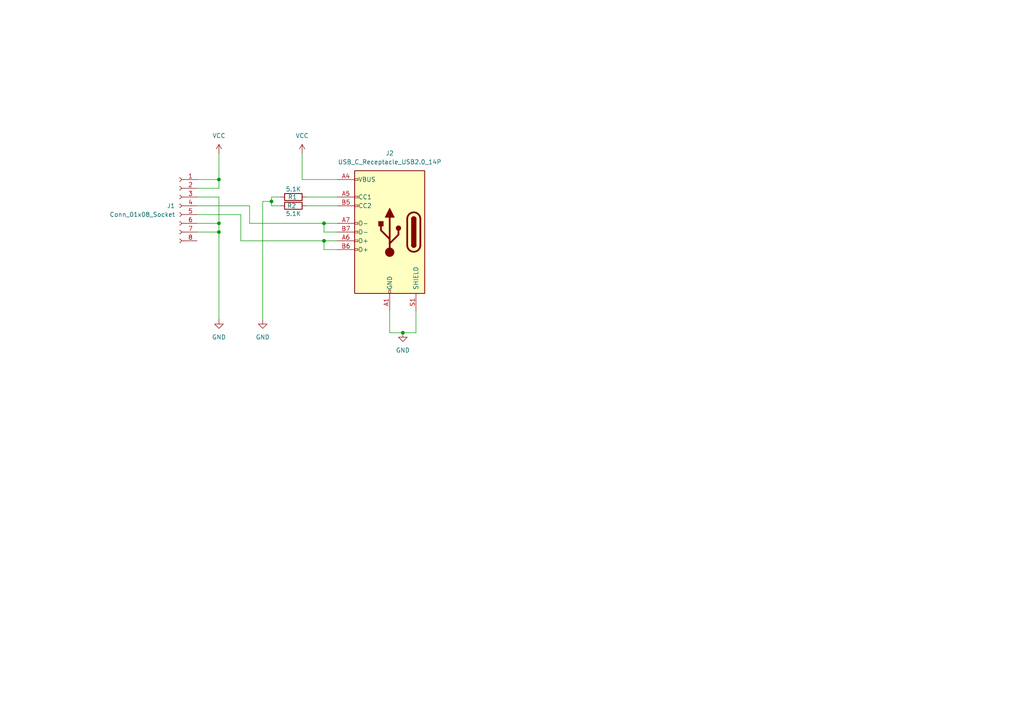
<source format=kicad_sch>
(kicad_sch (version 20231120) (generator "eeschema") (generator_version "8.0")
  (paper "A4")
  (lib_symbols
    (symbol "Connector:Conn_01x08_Socket" (pin_names (offset 1.016) hide)
      (property "Reference" "J" (at 0 10.16 0))
      (property "Value" "Conn_01x08_Socket" (at 0 -12.7 0))
      (symbol "Conn_01x08_Socket_1_1"
        (arc (start 0 -9.652) (mid -0.5058 -10.16) (end 0 -10.668) (stroke (width 0.1524)))
        (arc (start 0 -7.112) (mid -0.5058 -7.62) (end 0 -8.128) (stroke (width 0.1524)))
        (arc (start 0 -4.572) (mid -0.5058 -5.08) (end 0 -5.588) (stroke (width 0.1524)))
        (arc (start 0 -2.032) (mid -0.5058 -2.54) (end 0 -3.048) (stroke (width 0.1524)))
        (polyline (pts (xy -1.27 -10.16) (xy -0.508 -10.16)) (stroke (width 0.1524)))
        (polyline (pts (xy -1.27 -7.62) (xy -0.508 -7.62)) (stroke (width 0.1524)))
        (polyline (pts (xy -1.27 -5.08) (xy -0.508 -5.08)) (stroke (width 0.1524)))
        (polyline (pts (xy -1.27 -2.54) (xy -0.508 -2.54)) (stroke (width 0.1524)))
        (polyline (pts (xy -1.27 0) (xy -0.508 0)) (stroke (width 0.1524)))
        (polyline (pts (xy -1.27 2.54) (xy -0.508 2.54)) (stroke (width 0.1524)))
        (polyline (pts (xy -1.27 5.08) (xy -0.508 5.08)) (stroke (width 0.1524)))
        (polyline (pts (xy -1.27 7.62) (xy -0.508 7.62)) (stroke (width 0.1524)))
        (arc (start 0 0.508) (mid -0.5058 0) (end 0 -0.508) (stroke (width 0.1524)))
        (arc (start 0 3.048) (mid -0.5058 2.54) (end 0 2.032) (stroke (width 0.1524)))
        (arc (start 0 5.588) (mid -0.5058 5.08) (end 0 4.572) (stroke (width 0.1524)))
        (arc (start 0 8.128) (mid -0.5058 7.62) (end 0 7.112) (stroke (width 0.1524)))
        (pin passive line (at -5.08 7.62 0) (length 3.81) (name "Pin_1") (number "1"))
        (pin passive line (at -5.08 5.08 0) (length 3.81) (name "Pin_2") (number "2"))
        (pin passive line (at -5.08 2.54 0) (length 3.81) (name "Pin_3") (number "3"))
        (pin passive line (at -5.08 0 0) (length 3.81) (name "Pin_4") (number "4"))
        (pin passive line (at -5.08 -2.54 0) (length 3.81) (name "Pin_5") (number "5"))
        (pin passive line (at -5.08 -5.08 0) (length 3.81) (name "Pin_6") (number "6"))
        (pin passive line (at -5.08 -7.62 0) (length 3.81) (name "Pin_7") (number "7"))
        (pin passive line (at -5.08 -10.16 0) (length 3.81) (name "Pin_8") (number "8"))
      )
    )
    (symbol "Connector:USB_C_Receptacle_USB2.0_14P" (pin_names (offset 1.016))
      (property "Reference" "J" (at 0 22.225 0))
      (property "Value" "USB_C_Receptacle_USB2.0_14P" (at 0 19.685 0))
      (symbol "USB_C_Receptacle_USB2.0_14P_0_0"
        (rectangle (start -0.254 -17.78) (end 0.254 -16.764))
        (rectangle (start 10.16 -4.826) (end 9.144 -5.334))
        (rectangle (start 10.16 -2.286) (end 9.144 -2.794))
        (rectangle (start 10.16 0.254) (end 9.144 -0.254))
        (rectangle (start 10.16 2.794) (end 9.144 2.286))
        (rectangle (start 10.16 7.874) (end 9.144 7.366))
        (rectangle (start 10.16 10.414) (end 9.144 9.906))
        (rectangle (start 10.16 15.494) (end 9.144 14.986))
      )
      (symbol "USB_C_Receptacle_USB2.0_14P_0_1"
        (rectangle (start -10.16 17.78) (end 10.16 -17.78) (stroke (width 0.254)) (fill (type background)))
        (arc (start -8.89 -3.81) (mid -6.985 -5.7067) (end -5.08 -3.81) (stroke (width 0.508)))
        (arc (start -7.62 -3.81) (mid -6.985 -4.4423) (end -6.35 -3.81) (stroke (width 0.254)))
        (arc (start -7.62 -3.81) (mid -6.985 -4.4423) (end -6.35 -3.81) (stroke (width 0.254)) (fill (type outline)))
        (rectangle (start -7.62 -3.81) (end -6.35 3.81) (stroke (width 0.254)) (fill (type outline)))
        (arc (start -6.35 3.81) (mid -6.985 4.4423) (end -7.62 3.81) (stroke (width 0.254)))
        (arc (start -6.35 3.81) (mid -6.985 4.4423) (end -7.62 3.81) (stroke (width 0.254)) (fill (type outline)))
        (arc (start -5.08 3.81) (mid -6.985 5.7067) (end -8.89 3.81) (stroke (width 0.508)))
        (circle (center -2.54 1.143) (radius 0.635) (stroke (width 0.254)) (fill (type outline)))
        (circle (center 0 -5.842) (radius 1.27) (fill (type outline)))
        (polyline (pts (xy -8.89 -3.81) (xy -8.89 3.81)) (stroke (width 0.508)))
        (polyline (pts (xy -5.08 3.81) (xy -5.08 -3.81)) (stroke (width 0.508)))
        (polyline (pts (xy 0 -5.842) (xy 0 4.318)) (stroke (width 0.508)))
        (polyline (pts (xy 0 -3.302) (xy -2.54 -0.762) (xy -2.54 0.508)) (stroke (width 0.508)))
        (polyline (pts (xy 0 -2.032) (xy 2.54 0.508) (xy 2.54 1.778)) (stroke (width 0.508)))
        (polyline (pts (xy -1.27 4.318) (xy 0 6.858) (xy 1.27 4.318) (xy -1.27 4.318)) (stroke (width 0.254)) (fill (type outline)))
        (rectangle (start 1.905 1.778) (end 3.175 3.048) (stroke (width 0.254)) (fill (type outline)))
      )
      (symbol "USB_C_Receptacle_USB2.0_14P_1_1"
        (pin passive line (at 0 -22.86 90) (length 5.08) (name "GND") (number "A1"))
        (pin passive line (at 0 -22.86 90) (length 5.08) hide (name "GND") (number "A12"))
        (pin passive line (at 15.24 15.24 180) (length 5.08) (name "VBUS") (number "A4"))
        (pin bidirectional line (at 15.24 10.16 180) (length 5.08) (name "CC1") (number "A5"))
        (pin bidirectional line (at 15.24 -2.54 180) (length 5.08) (name "D+") (number "A6"))
        (pin bidirectional line (at 15.24 2.54 180) (length 5.08) (name "D-") (number "A7"))
        (pin passive line (at 15.24 15.24 180) (length 5.08) hide (name "VBUS") (number "A9"))
        (pin passive line (at 0 -22.86 90) (length 5.08) hide (name "GND") (number "B1"))
        (pin passive line (at 0 -22.86 90) (length 5.08) hide (name "GND") (number "B12"))
        (pin passive line (at 15.24 15.24 180) (length 5.08) hide (name "VBUS") (number "B4"))
        (pin bidirectional line (at 15.24 7.62 180) (length 5.08) (name "CC2") (number "B5"))
        (pin bidirectional line (at 15.24 -5.08 180) (length 5.08) (name "D+") (number "B6"))
        (pin bidirectional line (at 15.24 0 180) (length 5.08) (name "D-") (number "B7"))
        (pin passive line (at 15.24 15.24 180) (length 5.08) hide (name "VBUS") (number "B9"))
        (pin passive line (at -7.62 -22.86 90) (length 5.08) (name "SHIELD") (number "S1"))
      )
    )
    (symbol "Device:R" (pin_numbers hide) (pin_names (offset 0))
      (property "Reference" "R" (at 2.032 0 90))
      (property "Value" "R" (at 0 0 90))
      (symbol "R_0_1"
        (rectangle (start -1.016 -2.54) (end 1.016 2.54) (stroke (width 0.254)))
      )
      (symbol "R_1_1"
        (pin passive line (at 0 3.81 270) (length 1.27) (name "~") (number "1"))
        (pin passive line (at 0 -3.81 90) (length 1.27) (name "~") (number "2"))
      )
    )
    (symbol "power:GND" (power) (pin_numbers hide) (pin_names (offset 0) hide)
      (property "Value" "GND" (at 0 -3.81 0))
      (symbol "GND_0_1"
        (polyline (pts (xy 0 0) (xy 0 -1.27) (xy 1.27 -1.27) (xy 0 -2.54) (xy -1.27 -1.27) (xy 0 -1.27)))
      )
      (symbol "GND_1_1"
        (pin power_in line (at 0 0 270) (length 0) (name "~") (number "1"))
      )
    )
    (symbol "power:VCC" (power) (pin_numbers hide) (pin_names (offset 0) hide)
      (property "Value" "VCC" (at 0 3.556 0))
      (symbol "VCC_0_1"
        (polyline (pts (xy -0.762 1.27) (xy 0 2.54)))
        (polyline (pts (xy 0 0) (xy 0 2.54)))
        (polyline (pts (xy 0 2.54) (xy 0.762 1.27)))
      )
      (symbol "VCC_1_1"
        (pin power_in line (at 0 0 90) (length 0) (name "~") (number "1"))
      )
    )
  )
  (junction (at 93.98 69.85))
  (junction (at 63.5 64.77))
  (junction (at 78.74 58.42))
  (junction (at 63.5 52.07))
  (junction (at 116.84 96.52))
  (junction (at 63.5 67.31))
  (junction (at 93.98 64.77))
  (wire (pts (xy 69.85 69.85) (xy 93.98 69.85)))
  (wire (pts (xy 63.5 54.61) (xy 63.5 52.07)))
  (wire (pts (xy 113.03 90.17) (xy 113.03 96.52)))
  (wire (pts (xy 113.03 96.52) (xy 116.84 96.52)))
  (wire (pts (xy 76.2 58.42) (xy 78.74 58.42)))
  (wire (pts (xy 88.9 59.69) (xy 97.79 59.69)))
  (wire (pts (xy 57.15 64.77) (xy 63.5 64.77)))
  (wire (pts (xy 88.9 57.15) (xy 97.79 57.15)))
  (wire (pts (xy 93.98 64.77) (xy 97.79 64.77)))
  (wire (pts (xy 97.79 72.39) (xy 93.98 72.39)))
  (wire (pts (xy 87.63 44.45) (xy 87.63 52.07)))
  (wire (pts (xy 63.5 57.15) (xy 63.5 64.77)))
  (wire (pts (xy 72.39 59.69) (xy 72.39 64.77)))
  (wire (pts (xy 78.74 59.69) (xy 78.74 58.42)))
  (wire (pts (xy 57.15 62.23) (xy 69.85 62.23)))
  (wire (pts (xy 72.39 64.77) (xy 93.98 64.77)))
  (wire (pts (xy 57.15 57.15) (xy 63.5 57.15)))
  (wire (pts (xy 57.15 67.31) (xy 63.5 67.31)))
  (wire (pts (xy 81.28 59.69) (xy 78.74 59.69)))
  (wire (pts (xy 57.15 54.61) (xy 63.5 54.61)))
  (wire (pts (xy 78.74 57.15) (xy 81.28 57.15)))
  (wire (pts (xy 63.5 67.31) (xy 63.5 92.71)))
  (wire (pts (xy 57.15 52.07) (xy 63.5 52.07)))
  (wire (pts (xy 93.98 72.39) (xy 93.98 69.85)))
  (wire (pts (xy 93.98 69.85) (xy 97.79 69.85)))
  (wire (pts (xy 97.79 67.31) (xy 93.98 67.31)))
  (wire (pts (xy 63.5 64.77) (xy 63.5 67.31)))
  (wire (pts (xy 69.85 62.23) (xy 69.85 69.85)))
  (wire (pts (xy 57.15 59.69) (xy 72.39 59.69)))
  (wire (pts (xy 93.98 67.31) (xy 93.98 64.77)))
  (wire (pts (xy 78.74 58.42) (xy 78.74 57.15)))
  (wire (pts (xy 116.84 96.52) (xy 120.65 96.52)))
  (wire (pts (xy 63.5 44.45) (xy 63.5 52.07)))
  (wire (pts (xy 120.65 90.17) (xy 120.65 96.52)))
  (wire (pts (xy 87.63 52.07) (xy 97.79 52.07)))
  (wire (pts (xy 76.2 58.42) (xy 76.2 92.71)))
  (symbol (lib_id "power:VCC") (at 87.63 44.45 0) (unit 1)
    (property "Reference" "#PWR03" (effects (hide yes)))
    (property "Value" "VCC" (at 87.63 39.37 0))
    (property "Description" "Power symbol creates a global label with name \"VCC\"" (effects (hide yes)))
  )
  (symbol (lib_id "power:GND") (at 76.2 92.71 0) (unit 1)
    (property "Reference" "#PWR05" (effects (hide yes)))
    (property "Value" "GND" (at 76.2 97.79 0))
    (property "Description" "Power symbol creates a global label with name \"GND\" , ground" (effects (hide yes)))
  )
  (symbol (lib_id "power:VCC") (at 63.5 44.45 0) (unit 1)
    (property "Reference" "#PWR04" (effects (hide yes)))
    (property "Value" "VCC" (at 63.5 39.37 0))
    (property "Description" "Power symbol creates a global label with name \"VCC\"" (effects (hide yes)))
  )
  (symbol (lib_id "Connector:Conn_01x08_Socket") (at 52.07 59.69 0) (mirror y) (unit 1)
    (property "Reference" "J1" (at 50.8 59.6899 0) (effects (justify left)))
    (property "Value" "Conn_01x08_Socket" (at 50.8 62.2299 0) (effects (justify left)))
    (property "Footprint" "Connector_FFC-FPC:Hirose_FH12-8S-0.5SH_1x08-1MP_P0.50mm_Horizontal" (effects (hide yes)))
    (property "Description" "Generic connector, single row, 01x08, script generated" (effects (hide yes)))
    (property "LCSC" "C262657" (effects (hide yes)))
  )
  (symbol (lib_id "power:GND") (at 63.5 92.71 0) (unit 1)
    (property "Reference" "#PWR02" (effects (hide yes)))
    (property "Value" "GND" (at 63.5 97.79 0))
    (property "Description" "Power symbol creates a global label with name \"GND\" , ground" (effects (hide yes)))
  )
  (symbol (lib_id "power:GND") (at 116.84 96.52 0) (unit 1)
    (property "Reference" "#PWR01" (effects (hide yes)))
    (property "Value" "GND" (at 116.84 101.6 0))
    (property "Description" "Power symbol creates a global label with name \"GND\" , ground" (effects (hide yes)))
  )
  (symbol (lib_id "Connector:USB_C_Receptacle_USB2.0_14P") (at 113.03 67.31 0) (mirror y) (unit 1)
    (property "Reference" "J2" (at 113.03 44.45 0))
    (property "Value" "USB_C_Receptacle_USB2.0_14P" (at 113.03 46.99 0))
    (property "Footprint" "Connector_USB:USB_C_Receptacle_GCT_USB4105-xx-A_16P_TopMnt_Horizontal" (effects (hide yes)))
    (property "Datasheet" "https://www.usb.org/sites/default/files/documents/usb_type-c.zip" (effects (hide yes)))
    (property "Description" "USB 2.0-only 14P Type-C Receptacle connector" (effects (hide yes)))
    (property "LCSC" "C2936184" (effects (hide yes)))
  )
  (symbol (lib_id "Device:R") (at 85.09 57.15 270) (unit 1)
    (property "Reference" "R1" (at 84.836 57.15 90))
    (property "Value" "5.1K" (at 85.09 54.864 90))
    (property "Footprint" "Resistor_SMD:R_0603_1608Metric" (effects (hide yes)))
    (property "Description" "Resistor" (effects (hide yes)))
  )
  (symbol (lib_id "Device:R") (at 85.09 59.69 270) (unit 1)
    (property "Reference" "R2" (at 84.582 59.69 90))
    (property "Value" "5.1K" (at 85.09 61.976 90))
    (property "Footprint" "Resistor_SMD:R_0603_1608Metric" (effects (hide yes)))
    (property "Description" "Resistor" (effects (hide yes)))
  )
)
</source>
